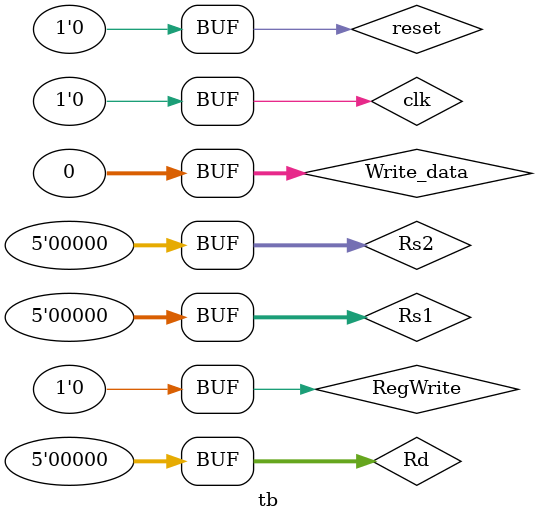
<source format=v>
`timescale 1ns / 1ps


module tb;

	// Inputs
	reg clk;
	reg reset;
	reg RegWrite;
	reg [4:0] Rs1;
	reg [4:0] Rs2;
	reg [4:0] Rd;
	reg [31:0] Write_data;

	// Outputs
	wire [31:0] read_data1;
	wire [31:0] read_data2;

	// Instantiate the Unit Under Test (UUT)
	REg_File uut (
		.clk(clk), 
		.reset(reset), 
		.RegWrite(RegWrite), 
		.Rs1(Rs1), 
		.Rs2(Rs2), 
		.Rd(Rd), 
		.Write_data(Write_data), 
		.read_data1(read_data1), 
		.read_data2(read_data2)
	);

	initial begin
		// Initialize Inputs
		clk = 0;
		reset = 0;
		RegWrite = 0;
		Rs1 = 0;
		Rs2 = 0;
		Rd = 0;
		Write_data = 0;

		// Wait 100 ns for global reset to finish
		#100;
        
		// Add stimulus here

	end
      
endmodule


</source>
